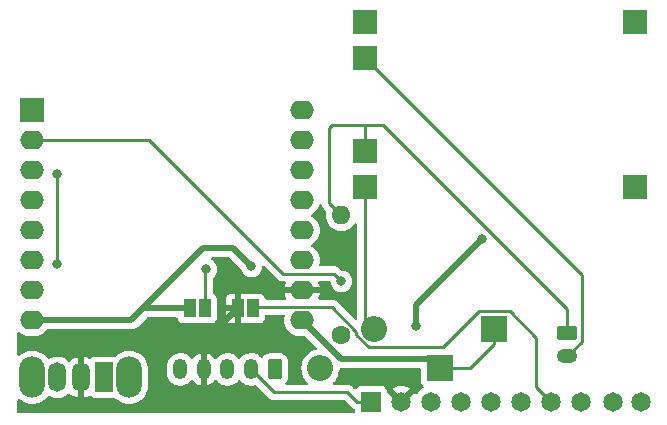
<source format=gbl>
%TF.GenerationSoftware,KiCad,Pcbnew,(6.0.2)*%
%TF.CreationDate,2022-02-27T07:15:14-05:00*%
%TF.ProjectId,breakout_slime,62726561-6b6f-4757-945f-736c696d652e,0.1*%
%TF.SameCoordinates,Original*%
%TF.FileFunction,Copper,L2,Bot*%
%TF.FilePolarity,Positive*%
%FSLAX46Y46*%
G04 Gerber Fmt 4.6, Leading zero omitted, Abs format (unit mm)*
G04 Created by KiCad (PCBNEW (6.0.2)) date 2022-02-27 07:15:14*
%MOMM*%
%LPD*%
G01*
G04 APERTURE LIST*
G04 Aperture macros list*
%AMRoundRect*
0 Rectangle with rounded corners*
0 $1 Rounding radius*
0 $2 $3 $4 $5 $6 $7 $8 $9 X,Y pos of 4 corners*
0 Add a 4 corners polygon primitive as box body*
4,1,4,$2,$3,$4,$5,$6,$7,$8,$9,$2,$3,0*
0 Add four circle primitives for the rounded corners*
1,1,$1+$1,$2,$3*
1,1,$1+$1,$4,$5*
1,1,$1+$1,$6,$7*
1,1,$1+$1,$8,$9*
0 Add four rect primitives between the rounded corners*
20,1,$1+$1,$2,$3,$4,$5,0*
20,1,$1+$1,$4,$5,$6,$7,0*
20,1,$1+$1,$6,$7,$8,$9,0*
20,1,$1+$1,$8,$9,$2,$3,0*%
G04 Aperture macros list end*
%TA.AperFunction,ComponentPad*%
%ADD10C,1.600000*%
%TD*%
%TA.AperFunction,ComponentPad*%
%ADD11O,1.600000X1.600000*%
%TD*%
%TA.AperFunction,ComponentPad*%
%ADD12C,1.651000*%
%TD*%
%TA.AperFunction,ComponentPad*%
%ADD13R,1.651000X1.651000*%
%TD*%
%TA.AperFunction,ComponentPad*%
%ADD14R,2.000000X2.000000*%
%TD*%
%TA.AperFunction,ComponentPad*%
%ADD15O,2.000000X1.600000*%
%TD*%
%TA.AperFunction,ComponentPad*%
%ADD16R,2.200000X2.200000*%
%TD*%
%TA.AperFunction,ComponentPad*%
%ADD17O,2.200000X2.200000*%
%TD*%
%TA.AperFunction,SMDPad,CuDef*%
%ADD18R,1.000000X1.500000*%
%TD*%
%TA.AperFunction,ComponentPad*%
%ADD19RoundRect,0.250000X0.350000X0.625000X-0.350000X0.625000X-0.350000X-0.625000X0.350000X-0.625000X0*%
%TD*%
%TA.AperFunction,ComponentPad*%
%ADD20O,1.200000X1.750000*%
%TD*%
%TA.AperFunction,ComponentPad*%
%ADD21O,2.200000X3.500000*%
%TD*%
%TA.AperFunction,ComponentPad*%
%ADD22R,1.500000X2.500000*%
%TD*%
%TA.AperFunction,ComponentPad*%
%ADD23O,1.500000X2.500000*%
%TD*%
%TA.AperFunction,ComponentPad*%
%ADD24RoundRect,0.250000X-0.625000X0.350000X-0.625000X-0.350000X0.625000X-0.350000X0.625000X0.350000X0*%
%TD*%
%TA.AperFunction,ComponentPad*%
%ADD25O,1.750000X1.200000*%
%TD*%
%TA.AperFunction,ViaPad*%
%ADD26C,0.800000*%
%TD*%
%TA.AperFunction,Conductor*%
%ADD27C,0.250000*%
%TD*%
%TA.AperFunction,Conductor*%
%ADD28C,0.500000*%
%TD*%
G04 APERTURE END LIST*
D10*
%TO.P,R1,1*%
%TO.N,Net-(R1-Pad1)*%
X76816520Y-57258520D03*
D11*
%TO.P,R1,2*%
%TO.N,/B+*%
X76816520Y-47098520D03*
%TD*%
D12*
%TO.P,U3,*%
%TO.N,*%
X89506048Y-62860980D03*
X102206048Y-62860980D03*
X92046048Y-62860980D03*
X99793048Y-62860980D03*
D13*
%TO.P,U3,1,VCC*%
%TO.N,+3V3*%
X79346048Y-62860980D03*
D12*
%TO.P,U3,2,GND*%
%TO.N,GND*%
X81886048Y-62860980D03*
%TO.P,U3,3,SCL*%
%TO.N,/SCL*%
X84426048Y-62860980D03*
%TO.P,U3,4,SDA*%
%TO.N,/SDA*%
X86966048Y-62860980D03*
%TO.P,U3,5,AD0_BNO*%
%TO.N,Net-(JP1-Pad1)*%
X94586048Y-62860980D03*
%TO.P,U3,6,INT/AD0_MPU*%
%TO.N,/INT1*%
X97126048Y-62860980D03*
%TD*%
D14*
%TO.P,U2,1,~{RST}*%
%TO.N,unconnected-(U2-Pad1)*%
X50631520Y-38208520D03*
D15*
%TO.P,U2,2,A0*%
%TO.N,Net-(R1-Pad1)*%
X50631520Y-40748520D03*
%TO.P,U2,3,D0*%
%TO.N,unconnected-(U2-Pad3)*%
X50631520Y-43288520D03*
%TO.P,U2,4,SCK/D5*%
%TO.N,/INT1*%
X50631520Y-45828520D03*
%TO.P,U2,5,MISO/D6*%
%TO.N,/INT2*%
X50631520Y-48368520D03*
%TO.P,U2,6,MOSI/D7*%
%TO.N,unconnected-(U2-Pad6)*%
X50631520Y-50908520D03*
%TO.P,U2,7,CS/D8*%
%TO.N,unconnected-(U2-Pad7)*%
X50631520Y-53448520D03*
%TO.P,U2,8,3V3*%
%TO.N,+3V3*%
X50631520Y-55988520D03*
%TO.P,U2,9,5V*%
%TO.N,/5V*%
X73491520Y-55988520D03*
%TO.P,U2,10,GND*%
%TO.N,GND*%
X73491520Y-53448520D03*
%TO.P,U2,11,D4*%
%TO.N,unconnected-(U2-Pad11)*%
X73491520Y-50908520D03*
%TO.P,U2,12,D3*%
%TO.N,unconnected-(U2-Pad12)*%
X73491520Y-48368520D03*
%TO.P,U2,13,SDA/D2*%
%TO.N,/SDA*%
X73491520Y-45828520D03*
%TO.P,U2,14,SCL/D1*%
%TO.N,/SCL*%
X73491520Y-43288520D03*
%TO.P,U2,15,RX*%
%TO.N,unconnected-(U2-Pad15)*%
X73491520Y-40748520D03*
%TO.P,U2,16,TX*%
%TO.N,unconnected-(U2-Pad16)*%
X73491520Y-38208520D03*
%TD*%
D14*
%TO.P,U1,1,In+*%
%TO.N,Net-(D1-Pad2)*%
X101641026Y-44670590D03*
%TO.P,U1,2,In-*%
%TO.N,unconnected-(U1-Pad2)*%
X101641026Y-30700590D03*
%TO.P,U1,3,Out-*%
%TO.N,Net-(SW1-Pad3)*%
X78781026Y-30700590D03*
%TO.P,U1,4,B-*%
%TO.N,Net-(BT1-Pad2)*%
X78781026Y-33748590D03*
%TO.P,U1,5,B+*%
%TO.N,/B+*%
X78781026Y-41622590D03*
%TO.P,U1,6,Out+*%
%TO.N,Net-(D2-Pad2)*%
X78781026Y-44670590D03*
%TD*%
D16*
%TO.P,D2,1,K*%
%TO.N,/5V*%
X89770520Y-56750520D03*
D17*
%TO.P,D2,2,A*%
%TO.N,Net-(D2-Pad2)*%
X79610520Y-56750520D03*
%TD*%
D18*
%TO.P,JP2,1,A*%
%TO.N,/INT1*%
X65274520Y-54972520D03*
%TO.P,JP2,2,B*%
%TO.N,+3V3*%
X63974520Y-54972520D03*
%TD*%
%TO.P,JP1,1,A*%
%TO.N,Net-(JP1-Pad1)*%
X69338520Y-54972520D03*
%TO.P,JP1,2,B*%
%TO.N,GND*%
X68038520Y-54972520D03*
%TD*%
D19*
%TO.P,J1,1,Pin_1*%
%TO.N,/SDA*%
X71164520Y-60142520D03*
D20*
%TO.P,J1,2,Pin_2*%
%TO.N,+3V3*%
X69164520Y-60142520D03*
%TO.P,J1,3,Pin_3*%
%TO.N,/INT2*%
X67164520Y-60142520D03*
%TO.P,J1,4,Pin_4*%
%TO.N,GND*%
X65164520Y-60142520D03*
%TO.P,J1,5,Pin_5*%
%TO.N,/SCL*%
X63164520Y-60142520D03*
%TD*%
D16*
%TO.P,D1,1,K*%
%TO.N,/5V*%
X85198520Y-60052520D03*
D17*
%TO.P,D1,2,A*%
%TO.N,Net-(D1-Pad2)*%
X75038520Y-60052520D03*
%TD*%
D21*
%TO.P,SW1,*%
%TO.N,*%
X58850520Y-60814520D03*
X50650520Y-60814520D03*
D22*
%TO.P,SW1,1,A*%
%TO.N,unconnected-(SW1-Pad1)*%
X56750520Y-60814520D03*
D23*
%TO.P,SW1,2,B*%
%TO.N,GND*%
X54750520Y-60814520D03*
%TO.P,SW1,3,C*%
%TO.N,Net-(SW1-Pad3)*%
X52750520Y-60814520D03*
%TD*%
D24*
%TO.P,BT1,1,+*%
%TO.N,/B+*%
X95956520Y-57020520D03*
D25*
%TO.P,BT1,2,-*%
%TO.N,Net-(BT1-Pad2)*%
X95956520Y-59020520D03*
%TD*%
D26*
%TO.N,Net-(D1-Pad2)*%
X88754520Y-49130520D03*
X83166520Y-56496520D03*
%TO.N,+3V3*%
X69196520Y-51416520D03*
%TO.N,GND*%
X80880520Y-60814520D03*
X77070520Y-50654520D03*
%TO.N,/INT1*%
X65386520Y-51670520D03*
%TO.N,Net-(R1-Pad1)*%
X76816520Y-52686520D03*
%TO.N,Net-(SW1-Pad3)*%
X52750520Y-51226520D03*
X52750520Y-43617209D03*
%TD*%
D27*
%TO.N,/B+*%
X95956520Y-55062520D02*
X80372520Y-39478520D01*
X78848520Y-39478520D02*
X76054520Y-39478520D01*
X78781026Y-39546014D02*
X78848520Y-39478520D01*
X78781026Y-41622590D02*
X78781026Y-39546014D01*
X80372520Y-39478520D02*
X78848520Y-39478520D01*
X75800520Y-46082520D02*
X76816520Y-47098520D01*
X76054520Y-39478520D02*
X75800520Y-39732520D01*
X95956520Y-57020520D02*
X95956520Y-55062520D01*
X75800520Y-39732520D02*
X75800520Y-46082520D01*
%TO.N,Net-(BT1-Pad2)*%
X97156040Y-52123604D02*
X97156040Y-57821000D01*
X78781026Y-33748590D02*
X97156040Y-52123604D01*
X97156040Y-57821000D02*
X95956520Y-59020520D01*
%TO.N,/5V*%
X89770520Y-56750520D02*
X89770520Y-58020520D01*
D28*
X73491520Y-55988520D02*
X76793520Y-59290520D01*
D27*
X89770520Y-58020520D02*
X87738520Y-60052520D01*
X87738520Y-60052520D02*
X85198520Y-60052520D01*
D28*
X76793520Y-59290520D02*
X84436520Y-59290520D01*
%TO.N,Net-(D1-Pad2)*%
X88754520Y-49130520D02*
X83166520Y-54718520D01*
X83166520Y-54718520D02*
X83166520Y-56496520D01*
D27*
%TO.N,Net-(D2-Pad2)*%
X78781026Y-55921026D02*
X79610520Y-56750520D01*
X78781026Y-44670590D02*
X78781026Y-55921026D01*
D28*
%TO.N,+3V3*%
X60052520Y-54972520D02*
X65132520Y-49892520D01*
X65132520Y-49892520D02*
X67672520Y-49892520D01*
D27*
X71106520Y-62084520D02*
X77324520Y-62084520D01*
X78100980Y-62860980D02*
X79346048Y-62860980D01*
D28*
X59036520Y-55988520D02*
X60052520Y-54972520D01*
X67672520Y-49892520D02*
X69196520Y-51416520D01*
D27*
X69164520Y-60142520D02*
X71106520Y-62084520D01*
D28*
X50631520Y-55988520D02*
X59036520Y-55988520D01*
X60052520Y-54972520D02*
X63974520Y-54972520D01*
D27*
X77324520Y-62084520D02*
X78100980Y-62860980D01*
D28*
%TO.N,GND*%
X65164520Y-57846520D02*
X68038520Y-54972520D01*
X65164520Y-60142520D02*
X65164520Y-57846520D01*
D27*
%TO.N,Net-(JP1-Pad1)*%
X91095542Y-55226520D02*
X93326520Y-57457498D01*
X78086520Y-56938220D02*
X78086520Y-57241084D01*
X88445498Y-55226520D02*
X91095542Y-55226520D01*
X79119956Y-58274520D02*
X85397498Y-58274520D01*
X85397498Y-58274520D02*
X88445498Y-55226520D01*
X78086520Y-57241084D02*
X79119956Y-58274520D01*
X93326520Y-57457498D02*
X93326520Y-61601452D01*
X69447040Y-54864000D02*
X76012300Y-54864000D01*
X93326520Y-61601452D02*
X94586048Y-62860980D01*
X76012300Y-54864000D02*
X78086520Y-56938220D01*
%TO.N,/INT1*%
X65274520Y-51782520D02*
X65386520Y-51670520D01*
X65274520Y-54972520D02*
X65274520Y-51782520D01*
%TO.N,Net-(R1-Pad1)*%
X71845040Y-52033040D02*
X60560520Y-40748520D01*
X76163040Y-52033040D02*
X71845040Y-52033040D01*
X60560520Y-40748520D02*
X50631520Y-40748520D01*
X76816520Y-52686520D02*
X76163040Y-52033040D01*
%TO.N,Net-(SW1-Pad3)*%
X52750520Y-51226520D02*
X52750520Y-43617209D01*
%TD*%
%TA.AperFunction,Conductor*%
%TO.N,GND*%
G36*
X75108961Y-46150323D02*
G01*
X75163708Y-46195527D01*
X75181155Y-46234267D01*
X75182046Y-46241317D01*
X75184965Y-46248688D01*
X75184965Y-46248690D01*
X75198324Y-46282432D01*
X75202169Y-46293662D01*
X75209377Y-46318472D01*
X75214502Y-46336113D01*
X75218535Y-46342932D01*
X75218537Y-46342937D01*
X75224813Y-46353548D01*
X75233508Y-46371296D01*
X75240968Y-46390137D01*
X75245630Y-46396553D01*
X75245630Y-46396554D01*
X75266956Y-46425907D01*
X75273472Y-46435827D01*
X75277827Y-46443190D01*
X75295978Y-46473882D01*
X75310299Y-46488203D01*
X75323139Y-46503236D01*
X75335048Y-46519627D01*
X75341154Y-46524678D01*
X75369125Y-46547818D01*
X75377904Y-46555808D01*
X75507368Y-46685272D01*
X75541394Y-46747584D01*
X75539979Y-46806979D01*
X75524402Y-46865111D01*
X75524400Y-46865122D01*
X75522977Y-46870433D01*
X75503022Y-47098520D01*
X75522977Y-47326607D01*
X75524401Y-47331920D01*
X75524401Y-47331922D01*
X75575928Y-47524220D01*
X75582236Y-47547763D01*
X75584559Y-47552744D01*
X75584559Y-47552745D01*
X75676671Y-47750282D01*
X75676674Y-47750287D01*
X75678997Y-47755269D01*
X75743853Y-47847892D01*
X75790349Y-47914295D01*
X75810322Y-47942820D01*
X75972220Y-48104718D01*
X75976728Y-48107875D01*
X75976731Y-48107877D01*
X76023226Y-48140433D01*
X76159771Y-48236043D01*
X76164753Y-48238366D01*
X76164758Y-48238369D01*
X76362295Y-48330481D01*
X76367277Y-48332804D01*
X76372585Y-48334226D01*
X76372587Y-48334227D01*
X76583118Y-48390639D01*
X76583120Y-48390639D01*
X76588433Y-48392063D01*
X76816520Y-48412018D01*
X77044607Y-48392063D01*
X77049920Y-48390639D01*
X77049922Y-48390639D01*
X77260453Y-48334227D01*
X77260455Y-48334226D01*
X77265763Y-48332804D01*
X77270745Y-48330481D01*
X77468282Y-48238369D01*
X77468287Y-48238366D01*
X77473269Y-48236043D01*
X77609814Y-48140433D01*
X77656309Y-48107877D01*
X77656312Y-48107875D01*
X77660820Y-48104718D01*
X77822718Y-47942820D01*
X77842692Y-47914295D01*
X77918313Y-47806297D01*
X77973770Y-47761969D01*
X78044390Y-47754660D01*
X78107750Y-47786691D01*
X78143735Y-47847892D01*
X78147526Y-47878568D01*
X78147526Y-55799132D01*
X78127524Y-55867253D01*
X78073868Y-55913746D01*
X78003594Y-55923850D01*
X77939014Y-55894356D01*
X77932431Y-55888227D01*
X77288840Y-55244635D01*
X76515952Y-54471747D01*
X76508412Y-54463461D01*
X76504300Y-54456982D01*
X76454648Y-54410356D01*
X76451807Y-54407602D01*
X76432070Y-54387865D01*
X76428873Y-54385385D01*
X76419851Y-54377680D01*
X76387621Y-54347414D01*
X76380675Y-54343595D01*
X76380672Y-54343593D01*
X76369866Y-54337652D01*
X76353347Y-54326801D01*
X76352883Y-54326441D01*
X76337341Y-54314386D01*
X76330072Y-54311241D01*
X76330068Y-54311238D01*
X76296763Y-54296826D01*
X76286113Y-54291609D01*
X76247360Y-54270305D01*
X76227737Y-54265267D01*
X76209034Y-54258863D01*
X76197720Y-54253967D01*
X76197719Y-54253967D01*
X76190445Y-54250819D01*
X76182622Y-54249580D01*
X76182612Y-54249577D01*
X76146776Y-54243901D01*
X76135156Y-54241495D01*
X76100011Y-54232472D01*
X76100010Y-54232472D01*
X76092330Y-54230500D01*
X76072076Y-54230500D01*
X76052365Y-54228949D01*
X76040186Y-54227020D01*
X76032357Y-54225780D01*
X76024465Y-54226526D01*
X75988339Y-54229941D01*
X75976481Y-54230500D01*
X74967875Y-54230500D01*
X74899754Y-54210498D01*
X74853261Y-54156842D01*
X74843157Y-54086568D01*
X74853680Y-54051250D01*
X74923010Y-53902573D01*
X74926756Y-53892281D01*
X74972914Y-53720017D01*
X74972578Y-53705921D01*
X74964636Y-53702520D01*
X72023553Y-53702520D01*
X72010022Y-53706493D01*
X72008793Y-53715042D01*
X72056284Y-53892281D01*
X72060030Y-53902573D01*
X72129360Y-54051250D01*
X72140021Y-54121441D01*
X72111041Y-54186254D01*
X72051622Y-54225111D01*
X72015165Y-54230500D01*
X70466169Y-54230500D01*
X70398048Y-54210498D01*
X70351555Y-54156842D01*
X70343518Y-54127606D01*
X70342945Y-54127742D01*
X70341118Y-54120060D01*
X70340265Y-54112204D01*
X70289135Y-53975815D01*
X70201781Y-53859259D01*
X70085225Y-53771905D01*
X69948836Y-53720775D01*
X69886654Y-53714020D01*
X68790386Y-53714020D01*
X68728204Y-53720775D01*
X68720804Y-53723549D01*
X68716578Y-53724554D01*
X68658281Y-53724554D01*
X68640874Y-53720415D01*
X68590006Y-53714889D01*
X68583192Y-53714520D01*
X68310635Y-53714520D01*
X68295396Y-53718995D01*
X68294191Y-53720385D01*
X68292520Y-53728068D01*
X68292520Y-56212404D01*
X68296995Y-56227643D01*
X68298385Y-56228848D01*
X68306068Y-56230519D01*
X68583189Y-56230519D01*
X68590010Y-56230149D01*
X68640869Y-56224625D01*
X68658284Y-56220485D01*
X68716578Y-56220486D01*
X68720804Y-56221491D01*
X68728204Y-56224265D01*
X68790386Y-56231020D01*
X69886654Y-56231020D01*
X69948836Y-56224265D01*
X70085225Y-56173135D01*
X70201781Y-56085781D01*
X70289135Y-55969225D01*
X70340265Y-55832836D01*
X70347020Y-55770654D01*
X70347020Y-55623500D01*
X70367022Y-55555379D01*
X70420678Y-55508886D01*
X70473020Y-55497500D01*
X71904223Y-55497500D01*
X71972344Y-55517502D01*
X72018837Y-55571158D01*
X72028941Y-55641432D01*
X72025930Y-55656111D01*
X71997977Y-55760433D01*
X71978022Y-55988520D01*
X71997977Y-56216607D01*
X71999401Y-56221920D01*
X71999401Y-56221922D01*
X72050928Y-56414220D01*
X72057236Y-56437763D01*
X72059559Y-56442744D01*
X72059559Y-56442745D01*
X72151671Y-56640282D01*
X72151674Y-56640287D01*
X72153997Y-56645269D01*
X72222941Y-56743731D01*
X72273948Y-56816576D01*
X72285322Y-56832820D01*
X72447220Y-56994718D01*
X72451728Y-56997875D01*
X72451731Y-56997877D01*
X72492028Y-57026093D01*
X72634771Y-57126043D01*
X72639753Y-57128366D01*
X72639758Y-57128369D01*
X72818065Y-57211514D01*
X72842277Y-57222804D01*
X72847585Y-57224226D01*
X72847587Y-57224227D01*
X73058118Y-57280639D01*
X73058120Y-57280639D01*
X73063433Y-57282063D01*
X73157846Y-57290323D01*
X73231669Y-57296782D01*
X73231676Y-57296782D01*
X73234393Y-57297020D01*
X73675149Y-57297020D01*
X73743270Y-57317022D01*
X73764244Y-57333925D01*
X74710176Y-58279857D01*
X74744202Y-58342169D01*
X74739137Y-58412984D01*
X74696590Y-58469820D01*
X74650496Y-58491470D01*
X74539929Y-58518015D01*
X74535358Y-58519908D01*
X74535356Y-58519909D01*
X74310592Y-58613009D01*
X74310588Y-58613011D01*
X74306018Y-58614904D01*
X74090144Y-58747192D01*
X73897622Y-58911622D01*
X73733192Y-59104144D01*
X73600904Y-59320018D01*
X73599011Y-59324588D01*
X73599009Y-59324592D01*
X73505909Y-59549356D01*
X73504015Y-59553929D01*
X73483699Y-59638552D01*
X73453109Y-59765971D01*
X73444911Y-59800117D01*
X73425046Y-60052520D01*
X73444911Y-60304923D01*
X73504015Y-60551111D01*
X73505908Y-60555682D01*
X73505909Y-60555684D01*
X73560128Y-60686579D01*
X73600904Y-60785022D01*
X73733192Y-61000896D01*
X73897622Y-61193418D01*
X73901378Y-61196626D01*
X73901383Y-61196631D01*
X73939527Y-61229209D01*
X73978337Y-61288659D01*
X73978844Y-61359654D01*
X73940887Y-61419653D01*
X73876519Y-61449606D01*
X73857697Y-61451020D01*
X72206805Y-61451020D01*
X72138684Y-61431018D01*
X72092191Y-61377362D01*
X72082087Y-61307088D01*
X72107924Y-61246926D01*
X72108649Y-61246008D01*
X72113825Y-61240823D01*
X72206635Y-61090258D01*
X72262317Y-60922381D01*
X72273020Y-60817920D01*
X72273020Y-59467120D01*
X72270310Y-59440999D01*
X72262758Y-59368212D01*
X72262757Y-59368208D01*
X72262046Y-59361354D01*
X72258269Y-59350031D01*
X72208388Y-59200522D01*
X72206070Y-59193574D01*
X72112998Y-59043172D01*
X71987823Y-58918215D01*
X71970932Y-58907803D01*
X71843488Y-58829245D01*
X71843486Y-58829244D01*
X71837258Y-58825405D01*
X71728525Y-58789340D01*
X71675909Y-58771888D01*
X71675907Y-58771888D01*
X71669381Y-58769723D01*
X71662545Y-58769023D01*
X71662542Y-58769022D01*
X71619489Y-58764611D01*
X71564920Y-58759020D01*
X70764120Y-58759020D01*
X70760874Y-58759357D01*
X70760870Y-58759357D01*
X70665212Y-58769282D01*
X70665208Y-58769283D01*
X70658354Y-58769994D01*
X70651818Y-58772175D01*
X70651816Y-58772175D01*
X70587637Y-58793587D01*
X70490574Y-58825970D01*
X70340172Y-58919042D01*
X70215215Y-59044217D01*
X70211375Y-59050447D01*
X70211374Y-59050448D01*
X70183446Y-59095756D01*
X70130674Y-59143249D01*
X70060602Y-59154673D01*
X69995478Y-59126399D01*
X69977102Y-59107475D01*
X69970916Y-59099600D01*
X69966385Y-59095668D01*
X69966382Y-59095665D01*
X69815687Y-58964899D01*
X69811157Y-58960968D01*
X69805971Y-58957968D01*
X69805967Y-58957965D01*
X69633262Y-58858053D01*
X69628066Y-58855047D01*
X69428249Y-58785659D01*
X69422314Y-58784798D01*
X69422312Y-58784798D01*
X69224856Y-58756168D01*
X69224853Y-58756168D01*
X69218916Y-58755307D01*
X69007621Y-58765087D01*
X68894986Y-58792232D01*
X68807819Y-58813239D01*
X68807817Y-58813240D01*
X68801986Y-58814645D01*
X68796528Y-58817127D01*
X68796524Y-58817128D01*
X68705510Y-58858510D01*
X68609433Y-58902194D01*
X68530235Y-58958373D01*
X68442774Y-59020414D01*
X68436909Y-59024574D01*
X68290639Y-59177370D01*
X68287388Y-59182405D01*
X68287386Y-59182408D01*
X68269774Y-59209683D01*
X68216019Y-59256060D01*
X68145723Y-59266013D01*
X68081206Y-59236381D01*
X68064837Y-59219167D01*
X68062463Y-59216144D01*
X67970916Y-59099600D01*
X67966385Y-59095668D01*
X67966382Y-59095665D01*
X67815687Y-58964899D01*
X67811157Y-58960968D01*
X67805971Y-58957968D01*
X67805967Y-58957965D01*
X67633262Y-58858053D01*
X67628066Y-58855047D01*
X67428249Y-58785659D01*
X67422314Y-58784798D01*
X67422312Y-58784798D01*
X67224856Y-58756168D01*
X67224853Y-58756168D01*
X67218916Y-58755307D01*
X67007621Y-58765087D01*
X66894986Y-58792232D01*
X66807819Y-58813239D01*
X66807817Y-58813240D01*
X66801986Y-58814645D01*
X66796528Y-58817127D01*
X66796524Y-58817128D01*
X66705510Y-58858510D01*
X66609433Y-58902194D01*
X66530235Y-58958373D01*
X66442774Y-59020414D01*
X66436909Y-59024574D01*
X66290639Y-59177370D01*
X66287390Y-59182401D01*
X66287385Y-59182408D01*
X66269487Y-59210127D01*
X66215731Y-59256504D01*
X66145435Y-59266457D01*
X66080918Y-59236824D01*
X66064550Y-59219611D01*
X65974258Y-59104663D01*
X65966021Y-59096014D01*
X65815397Y-58965308D01*
X65805673Y-58958373D01*
X65633053Y-58858510D01*
X65622189Y-58853536D01*
X65433793Y-58788113D01*
X65432804Y-58787872D01*
X65422512Y-58789340D01*
X65418520Y-58802905D01*
X65418520Y-61477922D01*
X65422493Y-61491453D01*
X65431919Y-61492808D01*
X65521057Y-61471326D01*
X65532352Y-61467437D01*
X65713902Y-61384891D01*
X65724244Y-61378944D01*
X65886917Y-61263552D01*
X65895945Y-61255759D01*
X66033862Y-61111689D01*
X66041261Y-61102320D01*
X66058938Y-61074943D01*
X66112692Y-61028565D01*
X66182988Y-61018611D01*
X66247505Y-61048242D01*
X66263876Y-61065457D01*
X66358124Y-61185440D01*
X66362655Y-61189372D01*
X66362658Y-61189375D01*
X66477073Y-61288659D01*
X66517883Y-61324072D01*
X66523069Y-61327072D01*
X66523073Y-61327075D01*
X66653874Y-61402745D01*
X66700974Y-61429993D01*
X66900791Y-61499381D01*
X66906726Y-61500242D01*
X66906728Y-61500242D01*
X67104184Y-61528872D01*
X67104187Y-61528872D01*
X67110124Y-61529733D01*
X67321419Y-61519953D01*
X67473419Y-61483321D01*
X67521221Y-61471801D01*
X67521223Y-61471800D01*
X67527054Y-61470395D01*
X67532512Y-61467913D01*
X67532516Y-61467912D01*
X67667779Y-61406411D01*
X67719607Y-61382846D01*
X67892131Y-61260466D01*
X68038401Y-61107670D01*
X68054130Y-61083311D01*
X68059266Y-61075357D01*
X68113021Y-61028980D01*
X68183317Y-61019027D01*
X68247834Y-61048659D01*
X68264201Y-61065871D01*
X68358124Y-61185440D01*
X68362655Y-61189372D01*
X68362658Y-61189375D01*
X68477073Y-61288659D01*
X68517883Y-61324072D01*
X68523069Y-61327072D01*
X68523073Y-61327075D01*
X68653874Y-61402745D01*
X68700974Y-61429993D01*
X68900791Y-61499381D01*
X68906726Y-61500242D01*
X68906728Y-61500242D01*
X69104184Y-61528872D01*
X69104187Y-61528872D01*
X69110124Y-61529733D01*
X69321419Y-61519953D01*
X69473419Y-61483321D01*
X69514337Y-61473460D01*
X69585248Y-61476945D01*
X69632953Y-61506858D01*
X70602868Y-62476773D01*
X70610408Y-62485059D01*
X70614520Y-62491538D01*
X70620297Y-62496963D01*
X70664171Y-62538163D01*
X70667013Y-62540918D01*
X70686750Y-62560655D01*
X70689947Y-62563135D01*
X70698967Y-62570838D01*
X70731199Y-62601106D01*
X70738145Y-62604925D01*
X70738148Y-62604927D01*
X70748954Y-62610868D01*
X70765473Y-62621719D01*
X70781479Y-62634134D01*
X70788748Y-62637279D01*
X70788752Y-62637282D01*
X70822057Y-62651694D01*
X70832707Y-62656911D01*
X70871460Y-62678215D01*
X70879135Y-62680186D01*
X70879136Y-62680186D01*
X70891082Y-62683253D01*
X70909787Y-62689657D01*
X70928375Y-62697701D01*
X70936198Y-62698940D01*
X70936208Y-62698943D01*
X70972044Y-62704619D01*
X70983664Y-62707025D01*
X71018809Y-62716048D01*
X71026490Y-62718020D01*
X71046744Y-62718020D01*
X71066454Y-62719571D01*
X71086463Y-62722740D01*
X71094355Y-62721994D01*
X71130481Y-62718579D01*
X71142339Y-62718020D01*
X77009926Y-62718020D01*
X77078047Y-62738022D01*
X77099021Y-62754925D01*
X77597323Y-63253227D01*
X77604867Y-63261517D01*
X77608980Y-63267998D01*
X77614757Y-63273423D01*
X77658647Y-63314638D01*
X77661489Y-63317393D01*
X77681210Y-63337114D01*
X77684405Y-63339592D01*
X77693427Y-63347298D01*
X77725659Y-63377566D01*
X77732608Y-63381386D01*
X77743412Y-63387326D01*
X77759936Y-63398179D01*
X77775939Y-63410593D01*
X77816523Y-63428156D01*
X77827153Y-63433363D01*
X77865920Y-63454675D01*
X77873597Y-63456646D01*
X77873602Y-63456648D01*
X77885538Y-63459712D01*
X77904246Y-63466117D01*
X77922835Y-63474161D01*
X77923804Y-63474315D01*
X77981037Y-63510865D01*
X78010714Y-63575362D01*
X78012048Y-63593649D01*
X78012048Y-63734614D01*
X78010813Y-63734614D01*
X77995670Y-63798822D01*
X77944602Y-63848142D01*
X77886151Y-63862520D01*
X49510520Y-63862520D01*
X49442399Y-63842518D01*
X49395906Y-63788862D01*
X49384520Y-63736520D01*
X49384520Y-62771887D01*
X49404522Y-62703766D01*
X49458178Y-62657273D01*
X49528452Y-62647169D01*
X49592350Y-62676076D01*
X49698378Y-62766633D01*
X49698384Y-62766637D01*
X49702144Y-62769848D01*
X49918018Y-62902136D01*
X49922588Y-62904029D01*
X49922592Y-62904031D01*
X50147356Y-62997131D01*
X50151929Y-62999025D01*
X50236552Y-63019341D01*
X50393304Y-63056974D01*
X50393310Y-63056975D01*
X50398117Y-63058129D01*
X50650520Y-63077994D01*
X50902923Y-63058129D01*
X50907730Y-63056975D01*
X50907736Y-63056974D01*
X51064488Y-63019341D01*
X51149111Y-62999025D01*
X51153684Y-62997131D01*
X51378448Y-62904031D01*
X51378452Y-62904029D01*
X51383022Y-62902136D01*
X51598896Y-62769848D01*
X51791418Y-62605418D01*
X51945903Y-62424540D01*
X52005354Y-62385731D01*
X52076348Y-62385225D01*
X52111986Y-62401787D01*
X52141782Y-62421810D01*
X52347487Y-62512108D01*
X52352938Y-62513417D01*
X52352942Y-62513418D01*
X52560474Y-62563242D01*
X52565931Y-62564552D01*
X52649995Y-62569399D01*
X52784603Y-62577160D01*
X52784606Y-62577160D01*
X52790210Y-62577483D01*
X53013235Y-62550495D01*
X53227955Y-62484438D01*
X53232935Y-62481868D01*
X53232939Y-62481866D01*
X53422601Y-62383974D01*
X53422602Y-62383974D01*
X53427584Y-62381402D01*
X53432585Y-62377565D01*
X53493647Y-62330710D01*
X53605812Y-62244643D01*
X53609578Y-62240504D01*
X53609588Y-62240495D01*
X53657338Y-62188018D01*
X53717978Y-62151096D01*
X53788954Y-62152819D01*
X53838216Y-62182334D01*
X53951602Y-62292213D01*
X53960299Y-62299255D01*
X54137364Y-62418239D01*
X54147162Y-62423625D01*
X54342510Y-62509377D01*
X54353102Y-62512942D01*
X54478904Y-62543144D01*
X54492990Y-62542439D01*
X54496520Y-62533560D01*
X54496520Y-62532931D01*
X55004520Y-62532931D01*
X55008625Y-62546913D01*
X55018248Y-62548406D01*
X55018493Y-62548354D01*
X55222403Y-62485622D01*
X55232749Y-62481401D01*
X55422334Y-62383549D01*
X55431763Y-62377565D01*
X55437235Y-62373366D01*
X55503456Y-62347767D01*
X55573005Y-62362033D01*
X55614762Y-62397763D01*
X55637259Y-62427781D01*
X55753815Y-62515135D01*
X55890204Y-62566265D01*
X55952386Y-62573020D01*
X57548654Y-62573020D01*
X57552049Y-62572651D01*
X57552053Y-62572651D01*
X57605106Y-62566888D01*
X57674989Y-62579417D01*
X57707280Y-62602675D01*
X57709622Y-62605418D01*
X57902144Y-62769848D01*
X58118018Y-62902136D01*
X58122588Y-62904029D01*
X58122592Y-62904031D01*
X58347356Y-62997131D01*
X58351929Y-62999025D01*
X58436552Y-63019341D01*
X58593304Y-63056974D01*
X58593310Y-63056975D01*
X58598117Y-63058129D01*
X58850520Y-63077994D01*
X59102923Y-63058129D01*
X59107730Y-63056975D01*
X59107736Y-63056974D01*
X59264488Y-63019341D01*
X59349111Y-62999025D01*
X59353684Y-62997131D01*
X59578448Y-62904031D01*
X59578452Y-62904029D01*
X59583022Y-62902136D01*
X59798896Y-62769848D01*
X59991418Y-62605418D01*
X60155848Y-62412896D01*
X60288136Y-62197022D01*
X60290452Y-62191432D01*
X60383131Y-61967684D01*
X60383132Y-61967682D01*
X60385025Y-61963111D01*
X60416498Y-61832014D01*
X60442974Y-61721736D01*
X60442975Y-61721730D01*
X60444129Y-61716923D01*
X60454365Y-61586862D01*
X60458827Y-61530175D01*
X60458827Y-61530168D01*
X60459020Y-61527719D01*
X60459020Y-60470366D01*
X62056020Y-60470366D01*
X62071068Y-60628086D01*
X62130612Y-60831054D01*
X62133356Y-60836381D01*
X62133356Y-60836382D01*
X62181011Y-60928909D01*
X62227462Y-61019100D01*
X62358124Y-61185440D01*
X62362655Y-61189372D01*
X62362658Y-61189375D01*
X62477073Y-61288659D01*
X62517883Y-61324072D01*
X62523069Y-61327072D01*
X62523073Y-61327075D01*
X62653874Y-61402745D01*
X62700974Y-61429993D01*
X62900791Y-61499381D01*
X62906726Y-61500242D01*
X62906728Y-61500242D01*
X63104184Y-61528872D01*
X63104187Y-61528872D01*
X63110124Y-61529733D01*
X63321419Y-61519953D01*
X63473419Y-61483321D01*
X63521221Y-61471801D01*
X63521223Y-61471800D01*
X63527054Y-61470395D01*
X63532512Y-61467913D01*
X63532516Y-61467912D01*
X63667779Y-61406411D01*
X63719607Y-61382846D01*
X63892131Y-61260466D01*
X64038401Y-61107670D01*
X64041650Y-61102639D01*
X64041655Y-61102632D01*
X64059553Y-61074913D01*
X64113309Y-61028536D01*
X64183605Y-61018583D01*
X64248122Y-61048216D01*
X64264490Y-61065429D01*
X64354782Y-61180377D01*
X64363019Y-61189026D01*
X64513643Y-61319732D01*
X64523367Y-61326667D01*
X64695987Y-61426530D01*
X64706851Y-61431504D01*
X64895247Y-61496927D01*
X64896236Y-61497168D01*
X64906528Y-61495700D01*
X64910520Y-61482135D01*
X64910520Y-58807118D01*
X64906547Y-58793587D01*
X64897121Y-58792232D01*
X64807983Y-58813714D01*
X64796688Y-58817603D01*
X64615138Y-58900149D01*
X64604796Y-58906096D01*
X64442123Y-59021488D01*
X64433095Y-59029281D01*
X64295178Y-59173351D01*
X64287779Y-59182720D01*
X64270102Y-59210097D01*
X64216348Y-59256475D01*
X64146052Y-59266429D01*
X64081535Y-59236798D01*
X64065164Y-59219583D01*
X64059510Y-59212385D01*
X63970916Y-59099600D01*
X63966385Y-59095668D01*
X63966382Y-59095665D01*
X63815687Y-58964899D01*
X63811157Y-58960968D01*
X63805971Y-58957968D01*
X63805967Y-58957965D01*
X63633262Y-58858053D01*
X63628066Y-58855047D01*
X63428249Y-58785659D01*
X63422314Y-58784798D01*
X63422312Y-58784798D01*
X63224856Y-58756168D01*
X63224853Y-58756168D01*
X63218916Y-58755307D01*
X63007621Y-58765087D01*
X62894986Y-58792232D01*
X62807819Y-58813239D01*
X62807817Y-58813240D01*
X62801986Y-58814645D01*
X62796528Y-58817127D01*
X62796524Y-58817128D01*
X62705510Y-58858510D01*
X62609433Y-58902194D01*
X62530235Y-58958373D01*
X62442774Y-59020414D01*
X62436909Y-59024574D01*
X62290639Y-59177370D01*
X62175900Y-59355068D01*
X62173657Y-59360634D01*
X62121819Y-59489262D01*
X62096834Y-59551257D01*
X62056292Y-59758857D01*
X62056020Y-59764419D01*
X62056020Y-60470366D01*
X60459020Y-60470366D01*
X60459020Y-60101321D01*
X60458079Y-60089356D01*
X60444517Y-59917051D01*
X60444129Y-59912117D01*
X60440657Y-59897652D01*
X60386180Y-59670741D01*
X60385025Y-59665929D01*
X60383131Y-59661356D01*
X60290031Y-59436592D01*
X60290029Y-59436588D01*
X60288136Y-59432018D01*
X60155848Y-59216144D01*
X59991418Y-59023622D01*
X59798896Y-58859192D01*
X59583022Y-58726904D01*
X59578452Y-58725011D01*
X59578448Y-58725009D01*
X59353684Y-58631909D01*
X59353682Y-58631908D01*
X59349111Y-58630015D01*
X59209256Y-58596439D01*
X59107736Y-58572066D01*
X59107730Y-58572065D01*
X59102923Y-58570911D01*
X58850520Y-58551046D01*
X58598117Y-58570911D01*
X58593310Y-58572065D01*
X58593304Y-58572066D01*
X58491784Y-58596439D01*
X58351929Y-58630015D01*
X58347358Y-58631908D01*
X58347356Y-58631909D01*
X58122592Y-58725009D01*
X58122588Y-58725011D01*
X58118018Y-58726904D01*
X57902144Y-58859192D01*
X57709622Y-59023622D01*
X57707427Y-59026192D01*
X57645496Y-59060010D01*
X57605106Y-59062152D01*
X57552053Y-59056389D01*
X57552049Y-59056389D01*
X57548654Y-59056020D01*
X55952386Y-59056020D01*
X55890204Y-59062775D01*
X55753815Y-59113905D01*
X55637259Y-59201259D01*
X55612639Y-59234109D01*
X55555782Y-59276622D01*
X55484964Y-59281648D01*
X55441539Y-59263124D01*
X55363668Y-59210797D01*
X55353878Y-59205415D01*
X55158530Y-59119663D01*
X55147938Y-59116098D01*
X55022136Y-59085896D01*
X55008050Y-59086601D01*
X55004520Y-59095480D01*
X55004520Y-62532931D01*
X54496520Y-62532931D01*
X54496520Y-59096109D01*
X54492415Y-59082127D01*
X54482792Y-59080634D01*
X54482547Y-59080686D01*
X54278637Y-59143418D01*
X54268291Y-59147639D01*
X54078706Y-59245491D01*
X54069275Y-59251477D01*
X53900019Y-59381352D01*
X53891790Y-59388918D01*
X53844400Y-59440999D01*
X53783759Y-59477922D01*
X53712784Y-59476199D01*
X53663521Y-59446684D01*
X53549749Y-59336431D01*
X53549746Y-59336429D01*
X53545721Y-59332528D01*
X53359258Y-59207230D01*
X53153553Y-59116932D01*
X53148102Y-59115623D01*
X53148098Y-59115622D01*
X52940566Y-59065798D01*
X52940565Y-59065798D01*
X52935109Y-59064488D01*
X52851045Y-59059641D01*
X52716437Y-59051880D01*
X52716434Y-59051880D01*
X52710830Y-59051557D01*
X52487805Y-59078545D01*
X52273085Y-59144602D01*
X52268105Y-59147172D01*
X52268101Y-59147174D01*
X52099242Y-59234329D01*
X52029535Y-59247798D01*
X51963611Y-59221443D01*
X51945641Y-59204193D01*
X51794631Y-59027383D01*
X51794626Y-59027378D01*
X51791418Y-59023622D01*
X51598896Y-58859192D01*
X51383022Y-58726904D01*
X51378452Y-58725011D01*
X51378448Y-58725009D01*
X51153684Y-58631909D01*
X51153682Y-58631908D01*
X51149111Y-58630015D01*
X51009256Y-58596439D01*
X50907736Y-58572066D01*
X50907730Y-58572065D01*
X50902923Y-58570911D01*
X50650520Y-58551046D01*
X50398117Y-58570911D01*
X50393310Y-58572065D01*
X50393304Y-58572066D01*
X50291784Y-58596439D01*
X50151929Y-58630015D01*
X50147358Y-58631908D01*
X50147356Y-58631909D01*
X49922592Y-58725009D01*
X49922588Y-58725011D01*
X49918018Y-58726904D01*
X49702144Y-58859192D01*
X49698390Y-58862399D01*
X49698378Y-58862407D01*
X49592350Y-58952964D01*
X49527561Y-58981995D01*
X49457361Y-58971390D01*
X49404038Y-58924515D01*
X49384520Y-58857153D01*
X49384520Y-57094214D01*
X49404522Y-57026093D01*
X49458178Y-56979600D01*
X49528452Y-56969496D01*
X49586656Y-56995524D01*
X49587220Y-56994718D01*
X49774771Y-57126043D01*
X49779753Y-57128366D01*
X49779758Y-57128369D01*
X49958065Y-57211514D01*
X49982277Y-57222804D01*
X49987585Y-57224226D01*
X49987587Y-57224227D01*
X50198118Y-57280639D01*
X50198120Y-57280639D01*
X50203433Y-57282063D01*
X50297846Y-57290323D01*
X50371669Y-57296782D01*
X50371676Y-57296782D01*
X50374393Y-57297020D01*
X50888647Y-57297020D01*
X50891364Y-57296782D01*
X50891371Y-57296782D01*
X50965194Y-57290323D01*
X51059607Y-57282063D01*
X51064920Y-57280639D01*
X51064922Y-57280639D01*
X51275453Y-57224227D01*
X51275455Y-57224226D01*
X51280763Y-57222804D01*
X51304975Y-57211514D01*
X51483282Y-57128369D01*
X51483287Y-57128366D01*
X51488269Y-57126043D01*
X51631012Y-57026093D01*
X51671309Y-56997877D01*
X51671312Y-56997875D01*
X51675820Y-56994718D01*
X51837718Y-56832820D01*
X51860175Y-56800749D01*
X51915630Y-56756421D01*
X51963387Y-56747020D01*
X58969450Y-56747020D01*
X58988400Y-56748453D01*
X59002635Y-56750619D01*
X59002639Y-56750619D01*
X59009869Y-56751719D01*
X59017161Y-56751126D01*
X59017164Y-56751126D01*
X59062538Y-56747435D01*
X59072753Y-56747020D01*
X59080813Y-56747020D01*
X59094103Y-56745471D01*
X59109027Y-56743731D01*
X59113402Y-56743298D01*
X59178859Y-56737974D01*
X59178862Y-56737973D01*
X59186157Y-56737380D01*
X59193121Y-56735124D01*
X59199080Y-56733933D01*
X59204935Y-56732549D01*
X59212201Y-56731702D01*
X59280847Y-56706785D01*
X59284975Y-56705368D01*
X59347456Y-56685127D01*
X59347458Y-56685126D01*
X59354419Y-56682871D01*
X59360674Y-56679075D01*
X59366148Y-56676569D01*
X59371578Y-56673850D01*
X59378457Y-56671353D01*
X59411366Y-56649777D01*
X59439496Y-56631334D01*
X59443200Y-56628997D01*
X59505627Y-56591115D01*
X59514004Y-56583717D01*
X59514028Y-56583744D01*
X59517020Y-56581091D01*
X59520253Y-56578388D01*
X59526372Y-56574376D01*
X59579648Y-56518137D01*
X59582026Y-56515695D01*
X60329796Y-55767925D01*
X60392108Y-55733899D01*
X60418891Y-55731020D01*
X62850027Y-55731020D01*
X62918148Y-55751022D01*
X62964641Y-55804678D01*
X62972063Y-55826283D01*
X62972775Y-55832836D01*
X62975547Y-55840231D01*
X62975548Y-55840234D01*
X62985677Y-55867253D01*
X63023905Y-55969225D01*
X63111259Y-56085781D01*
X63227815Y-56173135D01*
X63364204Y-56224265D01*
X63426386Y-56231020D01*
X64522654Y-56231020D01*
X64584836Y-56224265D01*
X64592235Y-56221491D01*
X64595374Y-56220745D01*
X64653666Y-56220745D01*
X64656805Y-56221491D01*
X64664204Y-56224265D01*
X64726386Y-56231020D01*
X65822654Y-56231020D01*
X65884836Y-56224265D01*
X66021225Y-56173135D01*
X66137781Y-56085781D01*
X66225135Y-55969225D01*
X66276265Y-55832836D01*
X66283020Y-55770654D01*
X66283020Y-55767189D01*
X67030521Y-55767189D01*
X67030891Y-55774010D01*
X67036415Y-55824872D01*
X67040041Y-55840124D01*
X67085196Y-55960574D01*
X67093734Y-55976169D01*
X67170235Y-56078244D01*
X67182796Y-56090805D01*
X67284871Y-56167306D01*
X67300466Y-56175844D01*
X67420914Y-56220998D01*
X67436169Y-56224625D01*
X67487034Y-56230151D01*
X67493848Y-56230520D01*
X67766405Y-56230520D01*
X67781644Y-56226045D01*
X67782849Y-56224655D01*
X67784520Y-56216972D01*
X67784520Y-55244635D01*
X67780045Y-55229396D01*
X67778655Y-55228191D01*
X67770972Y-55226520D01*
X67048636Y-55226520D01*
X67033397Y-55230995D01*
X67032192Y-55232385D01*
X67030521Y-55240068D01*
X67030521Y-55767189D01*
X66283020Y-55767189D01*
X66283020Y-54700405D01*
X67030520Y-54700405D01*
X67034995Y-54715644D01*
X67036385Y-54716849D01*
X67044068Y-54718520D01*
X67766405Y-54718520D01*
X67781644Y-54714045D01*
X67782849Y-54712655D01*
X67784520Y-54704972D01*
X67784520Y-53732636D01*
X67780045Y-53717397D01*
X67778655Y-53716192D01*
X67770972Y-53714521D01*
X67493851Y-53714521D01*
X67487030Y-53714891D01*
X67436168Y-53720415D01*
X67420916Y-53724041D01*
X67300466Y-53769196D01*
X67284871Y-53777734D01*
X67182796Y-53854235D01*
X67170235Y-53866796D01*
X67093734Y-53968871D01*
X67085196Y-53984466D01*
X67040042Y-54104914D01*
X67036415Y-54120169D01*
X67030889Y-54171034D01*
X67030520Y-54177848D01*
X67030520Y-54700405D01*
X66283020Y-54700405D01*
X66283020Y-54174386D01*
X66276265Y-54112204D01*
X66225135Y-53975815D01*
X66137781Y-53859259D01*
X66021225Y-53771905D01*
X66012816Y-53768752D01*
X66012813Y-53768751D01*
X65989789Y-53760119D01*
X65933025Y-53717477D01*
X65908326Y-53650915D01*
X65908020Y-53642138D01*
X65908020Y-52478796D01*
X65928022Y-52410675D01*
X65959958Y-52376861D01*
X65992427Y-52353271D01*
X65992432Y-52353267D01*
X65997773Y-52349386D01*
X66057881Y-52282629D01*
X66121141Y-52212372D01*
X66121142Y-52212371D01*
X66125560Y-52207464D01*
X66196988Y-52083748D01*
X66217743Y-52047799D01*
X66217744Y-52047798D01*
X66221047Y-52042076D01*
X66280062Y-51860448D01*
X66280890Y-51852576D01*
X66299334Y-51677085D01*
X66300024Y-51670520D01*
X66298343Y-51654527D01*
X66280752Y-51487155D01*
X66280752Y-51487153D01*
X66280062Y-51480592D01*
X66221047Y-51298964D01*
X66125560Y-51133576D01*
X66070979Y-51072957D01*
X66002195Y-50996565D01*
X66002194Y-50996564D01*
X65997773Y-50991654D01*
X65843272Y-50879402D01*
X65844940Y-50877107D01*
X65804552Y-50834725D01*
X65791135Y-50765008D01*
X65817540Y-50699104D01*
X65875383Y-50657938D01*
X65916561Y-50651020D01*
X67306149Y-50651020D01*
X67374270Y-50671022D01*
X67395244Y-50687925D01*
X68276395Y-51569076D01*
X68307133Y-51619234D01*
X68361993Y-51788076D01*
X68365296Y-51793798D01*
X68365297Y-51793799D01*
X68376292Y-51812842D01*
X68457480Y-51953464D01*
X68461898Y-51958371D01*
X68461899Y-51958372D01*
X68571186Y-52079748D01*
X68585267Y-52095386D01*
X68650532Y-52142804D01*
X68732519Y-52202371D01*
X68739768Y-52207638D01*
X68745796Y-52210322D01*
X68745798Y-52210323D01*
X68908201Y-52282629D01*
X68914232Y-52285314D01*
X69007632Y-52305167D01*
X69094576Y-52323648D01*
X69094581Y-52323648D01*
X69101033Y-52325020D01*
X69292007Y-52325020D01*
X69298459Y-52323648D01*
X69298464Y-52323648D01*
X69385408Y-52305167D01*
X69478808Y-52285314D01*
X69484839Y-52282629D01*
X69647242Y-52210323D01*
X69647244Y-52210322D01*
X69653272Y-52207638D01*
X69660522Y-52202371D01*
X69742508Y-52142804D01*
X69807773Y-52095386D01*
X69821854Y-52079748D01*
X69931141Y-51958372D01*
X69931142Y-51958371D01*
X69935560Y-51953464D01*
X70016748Y-51812842D01*
X70027743Y-51793799D01*
X70027744Y-51793798D01*
X70031047Y-51788076D01*
X70090062Y-51606448D01*
X70091329Y-51594392D01*
X70103582Y-51477815D01*
X70130595Y-51412158D01*
X70188817Y-51371529D01*
X70259762Y-51368826D01*
X70317987Y-51401891D01*
X71341383Y-52425287D01*
X71348927Y-52433577D01*
X71353040Y-52440058D01*
X71358817Y-52445483D01*
X71402707Y-52486698D01*
X71405549Y-52489453D01*
X71425270Y-52509174D01*
X71428465Y-52511652D01*
X71437487Y-52519358D01*
X71469719Y-52549626D01*
X71476668Y-52553446D01*
X71487472Y-52559386D01*
X71503996Y-52570239D01*
X71519999Y-52582653D01*
X71560583Y-52600216D01*
X71571213Y-52605423D01*
X71609980Y-52626735D01*
X71617657Y-52628706D01*
X71617662Y-52628708D01*
X71629598Y-52631772D01*
X71648306Y-52638177D01*
X71666895Y-52646221D01*
X71674723Y-52647461D01*
X71674730Y-52647463D01*
X71710564Y-52653139D01*
X71722184Y-52655545D01*
X71757329Y-52664568D01*
X71765010Y-52666540D01*
X71785264Y-52666540D01*
X71804974Y-52668091D01*
X71824983Y-52671260D01*
X71832875Y-52670514D01*
X71869001Y-52667099D01*
X71880859Y-52666540D01*
X72015165Y-52666540D01*
X72083286Y-52686542D01*
X72129779Y-52740198D01*
X72139883Y-52810472D01*
X72129360Y-52845790D01*
X72060030Y-52994467D01*
X72056284Y-53004759D01*
X72010126Y-53177023D01*
X72010462Y-53191119D01*
X72018404Y-53194520D01*
X74959487Y-53194520D01*
X74973018Y-53190547D01*
X74974247Y-53181998D01*
X74926756Y-53004759D01*
X74923010Y-52994467D01*
X74853680Y-52845790D01*
X74843019Y-52775599D01*
X74871999Y-52710786D01*
X74931418Y-52671929D01*
X74967875Y-52666540D01*
X75787465Y-52666540D01*
X75855586Y-52686542D01*
X75902079Y-52740198D01*
X75912775Y-52779369D01*
X75922978Y-52876448D01*
X75981993Y-53058076D01*
X76077480Y-53223464D01*
X76205267Y-53365386D01*
X76359768Y-53477638D01*
X76365796Y-53480322D01*
X76365798Y-53480323D01*
X76528201Y-53552629D01*
X76534232Y-53555314D01*
X76627632Y-53575167D01*
X76714576Y-53593648D01*
X76714581Y-53593648D01*
X76721033Y-53595020D01*
X76912007Y-53595020D01*
X76918459Y-53593648D01*
X76918464Y-53593648D01*
X77005407Y-53575167D01*
X77098808Y-53555314D01*
X77104839Y-53552629D01*
X77267242Y-53480323D01*
X77267244Y-53480322D01*
X77273272Y-53477638D01*
X77427773Y-53365386D01*
X77555560Y-53223464D01*
X77651047Y-53058076D01*
X77710062Y-52876448D01*
X77730024Y-52686520D01*
X77727717Y-52664568D01*
X77710752Y-52503155D01*
X77710752Y-52503153D01*
X77710062Y-52496592D01*
X77651047Y-52314964D01*
X77555560Y-52149576D01*
X77549463Y-52142804D01*
X77432195Y-52012565D01*
X77432194Y-52012564D01*
X77427773Y-52007654D01*
X77312210Y-51923692D01*
X77278614Y-51899283D01*
X77278613Y-51899282D01*
X77273272Y-51895402D01*
X77267244Y-51892718D01*
X77267242Y-51892717D01*
X77104839Y-51820411D01*
X77104838Y-51820411D01*
X77098808Y-51817726D01*
X76986241Y-51793799D01*
X76918464Y-51779392D01*
X76918459Y-51779392D01*
X76912007Y-51778020D01*
X76856115Y-51778020D01*
X76787994Y-51758018D01*
X76767020Y-51741115D01*
X76666692Y-51640787D01*
X76659152Y-51632501D01*
X76655040Y-51626022D01*
X76605388Y-51579396D01*
X76602547Y-51576642D01*
X76582810Y-51556905D01*
X76579613Y-51554425D01*
X76570591Y-51546720D01*
X76544140Y-51521881D01*
X76538361Y-51516454D01*
X76531415Y-51512635D01*
X76531412Y-51512633D01*
X76520606Y-51506692D01*
X76504087Y-51495841D01*
X76503623Y-51495481D01*
X76488081Y-51483426D01*
X76480812Y-51480281D01*
X76480808Y-51480278D01*
X76447503Y-51465866D01*
X76436853Y-51460649D01*
X76398100Y-51439345D01*
X76378477Y-51434307D01*
X76359774Y-51427903D01*
X76348460Y-51423007D01*
X76348459Y-51423007D01*
X76341185Y-51419859D01*
X76333362Y-51418620D01*
X76333352Y-51418617D01*
X76297516Y-51412941D01*
X76285896Y-51410535D01*
X76250751Y-51401512D01*
X76250750Y-51401512D01*
X76243070Y-51399540D01*
X76222816Y-51399540D01*
X76203105Y-51397989D01*
X76190926Y-51396060D01*
X76183097Y-51394820D01*
X76175205Y-51395566D01*
X76139079Y-51398981D01*
X76127221Y-51399540D01*
X75078817Y-51399540D01*
X75010696Y-51379538D01*
X74964203Y-51325882D01*
X74954099Y-51255608D01*
X74957110Y-51240929D01*
X74983639Y-51141922D01*
X74983639Y-51141920D01*
X74985063Y-51136607D01*
X75005018Y-50908520D01*
X74985063Y-50680433D01*
X74982541Y-50671022D01*
X74927227Y-50464587D01*
X74927226Y-50464585D01*
X74925804Y-50459277D01*
X74923481Y-50454295D01*
X74831369Y-50256758D01*
X74831366Y-50256753D01*
X74829043Y-50251771D01*
X74697718Y-50064220D01*
X74535820Y-49902322D01*
X74531312Y-49899165D01*
X74531309Y-49899163D01*
X74393725Y-49802826D01*
X74348269Y-49770997D01*
X74343287Y-49768674D01*
X74343282Y-49768671D01*
X74309063Y-49752715D01*
X74255778Y-49705798D01*
X74236317Y-49637521D01*
X74256859Y-49569561D01*
X74309063Y-49524325D01*
X74343282Y-49508369D01*
X74343287Y-49508366D01*
X74348269Y-49506043D01*
X74504191Y-49396865D01*
X74531309Y-49377877D01*
X74531312Y-49377875D01*
X74535820Y-49374718D01*
X74697718Y-49212820D01*
X74703111Y-49205119D01*
X74778846Y-49096958D01*
X74829043Y-49025269D01*
X74831366Y-49020287D01*
X74831369Y-49020282D01*
X74923481Y-48822745D01*
X74923481Y-48822744D01*
X74925804Y-48817763D01*
X74985063Y-48596607D01*
X75005018Y-48368520D01*
X74985063Y-48140433D01*
X74933157Y-47946717D01*
X74927227Y-47924587D01*
X74927226Y-47924585D01*
X74925804Y-47919277D01*
X74852451Y-47761969D01*
X74831369Y-47716758D01*
X74831366Y-47716753D01*
X74829043Y-47711771D01*
X74738520Y-47582491D01*
X74700877Y-47528731D01*
X74700875Y-47528728D01*
X74697718Y-47524220D01*
X74535820Y-47362322D01*
X74531312Y-47359165D01*
X74531309Y-47359163D01*
X74393725Y-47262826D01*
X74348269Y-47230997D01*
X74343287Y-47228674D01*
X74343282Y-47228671D01*
X74309063Y-47212715D01*
X74255778Y-47165798D01*
X74236317Y-47097521D01*
X74256859Y-47029561D01*
X74309063Y-46984325D01*
X74343282Y-46968369D01*
X74343287Y-46968366D01*
X74348269Y-46966043D01*
X74453131Y-46892618D01*
X74531309Y-46837877D01*
X74531312Y-46837875D01*
X74535820Y-46834718D01*
X74697718Y-46672820D01*
X74829043Y-46485269D01*
X74831366Y-46480287D01*
X74831369Y-46480282D01*
X74923481Y-46282745D01*
X74923481Y-46282744D01*
X74925804Y-46277763D01*
X74937654Y-46233538D01*
X74974606Y-46172916D01*
X75038467Y-46141894D01*
X75108961Y-46150323D01*
G37*
%TD.AperFunction*%
%TA.AperFunction,Conductor*%
G36*
X83532141Y-60069022D02*
G01*
X83578634Y-60122678D01*
X83590020Y-60175020D01*
X83590020Y-61200654D01*
X83596775Y-61262836D01*
X83647905Y-61399225D01*
X83735259Y-61515781D01*
X83742439Y-61521162D01*
X83747994Y-61526717D01*
X83782020Y-61589029D01*
X83776955Y-61659844D01*
X83731170Y-61719025D01*
X83569805Y-61832014D01*
X83569802Y-61832016D01*
X83565294Y-61835173D01*
X83400241Y-62000226D01*
X83266357Y-62191432D01*
X83264585Y-62195233D01*
X83213495Y-62243947D01*
X83143781Y-62257383D01*
X83077870Y-62230997D01*
X83046640Y-62194957D01*
X83042143Y-62187169D01*
X83001849Y-62129622D01*
X82991371Y-62121247D01*
X82977923Y-62128315D01*
X81975143Y-63131095D01*
X81912831Y-63165121D01*
X81842016Y-63160056D01*
X81796953Y-63131095D01*
X80793451Y-62127593D01*
X80748225Y-62102897D01*
X80745641Y-62102334D01*
X80695449Y-62052122D01*
X80680655Y-61994137D01*
X80680232Y-61994160D01*
X80680116Y-61992026D01*
X80680048Y-61991758D01*
X80680048Y-61987346D01*
X80673293Y-61925164D01*
X80622163Y-61788775D01*
X80597342Y-61755657D01*
X81146315Y-61755657D01*
X81153383Y-61769105D01*
X81873236Y-62488958D01*
X81887180Y-62496572D01*
X81889013Y-62496441D01*
X81895628Y-62492190D01*
X82619435Y-61768383D01*
X82625865Y-61756609D01*
X82616568Y-61744593D01*
X82559850Y-61704879D01*
X82550364Y-61699401D01*
X82348856Y-61605436D01*
X82338564Y-61601690D01*
X82123807Y-61544146D01*
X82113012Y-61542243D01*
X81891523Y-61522865D01*
X81880573Y-61522865D01*
X81659084Y-61542243D01*
X81648289Y-61544146D01*
X81433532Y-61601690D01*
X81423240Y-61605436D01*
X81221732Y-61699401D01*
X81212246Y-61704879D01*
X81154690Y-61745179D01*
X81146315Y-61755657D01*
X80597342Y-61755657D01*
X80534809Y-61672219D01*
X80418253Y-61584865D01*
X80281864Y-61533735D01*
X80219682Y-61526980D01*
X78472414Y-61526980D01*
X78410232Y-61533735D01*
X78273843Y-61584865D01*
X78157287Y-61672219D01*
X78102607Y-61745179D01*
X78094865Y-61755509D01*
X78038006Y-61798024D01*
X77967188Y-61803050D01*
X77904944Y-61769039D01*
X77828172Y-61692267D01*
X77820632Y-61683981D01*
X77816520Y-61677502D01*
X77766868Y-61630876D01*
X77764027Y-61628122D01*
X77744290Y-61608385D01*
X77741093Y-61605905D01*
X77732071Y-61598200D01*
X77705620Y-61573361D01*
X77699841Y-61567934D01*
X77692895Y-61564115D01*
X77692892Y-61564113D01*
X77682086Y-61558172D01*
X77665567Y-61547321D01*
X77665103Y-61546961D01*
X77649561Y-61534906D01*
X77642292Y-61531761D01*
X77642288Y-61531758D01*
X77608983Y-61517346D01*
X77598333Y-61512129D01*
X77559580Y-61490825D01*
X77539957Y-61485787D01*
X77521254Y-61479383D01*
X77509940Y-61474487D01*
X77509939Y-61474487D01*
X77502665Y-61471339D01*
X77494842Y-61470100D01*
X77494832Y-61470097D01*
X77458996Y-61464421D01*
X77447376Y-61462015D01*
X77412231Y-61452992D01*
X77412230Y-61452992D01*
X77404550Y-61451020D01*
X77384296Y-61451020D01*
X77364585Y-61449469D01*
X77359680Y-61448692D01*
X77344577Y-61446300D01*
X77309604Y-61449606D01*
X77300559Y-61450461D01*
X77288701Y-61451020D01*
X76219343Y-61451020D01*
X76151222Y-61431018D01*
X76104729Y-61377362D01*
X76094625Y-61307088D01*
X76124119Y-61242508D01*
X76137513Y-61229209D01*
X76175657Y-61196631D01*
X76175662Y-61196626D01*
X76179418Y-61193418D01*
X76343848Y-61000896D01*
X76476136Y-60785022D01*
X76516913Y-60686579D01*
X76571131Y-60555684D01*
X76571132Y-60555682D01*
X76573025Y-60551111D01*
X76632129Y-60304923D01*
X76643051Y-60166155D01*
X76668335Y-60099815D01*
X76725473Y-60057675D01*
X76765254Y-60050088D01*
X76803040Y-60049066D01*
X76806448Y-60049020D01*
X83464020Y-60049020D01*
X83532141Y-60069022D01*
G37*
%TD.AperFunction*%
%TD*%
M02*

</source>
